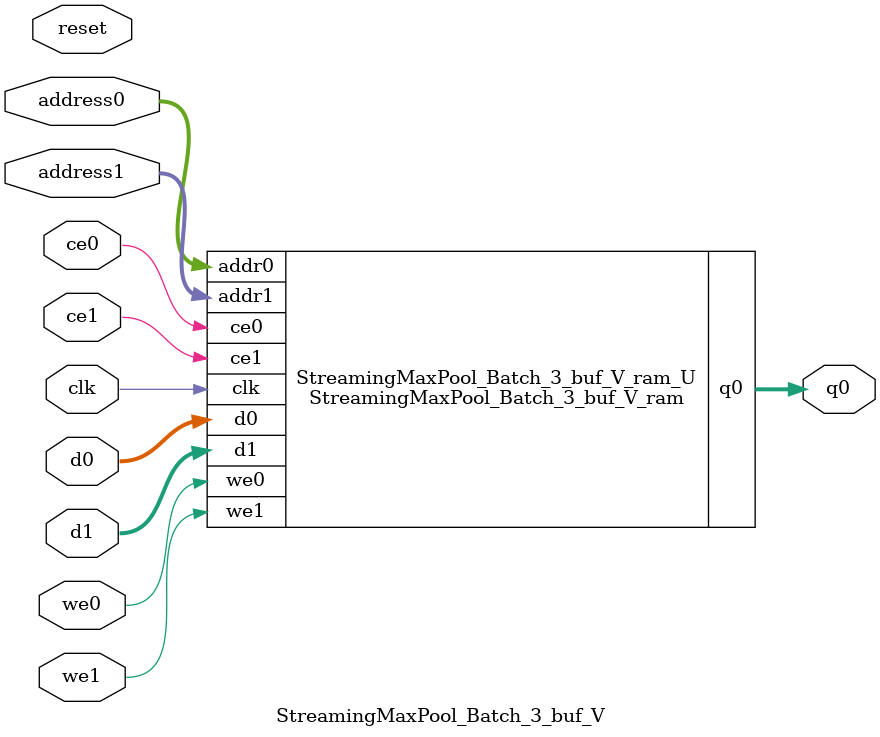
<source format=v>
`timescale 1 ns / 1 ps
module StreamingMaxPool_Batch_3_buf_V_ram (addr0, ce0, d0, we0, q0, addr1, ce1, d1, we1,  clk);

parameter DWIDTH = 128;
parameter AWIDTH = 4;
parameter MEM_SIZE = 16;

input[AWIDTH-1:0] addr0;
input ce0;
input[DWIDTH-1:0] d0;
input we0;
output reg[DWIDTH-1:0] q0;
input[AWIDTH-1:0] addr1;
input ce1;
input[DWIDTH-1:0] d1;
input we1;
input clk;

reg [DWIDTH-1:0] ram[0:MEM_SIZE-1];




always @(posedge clk)  
begin 
    if (ce0) begin
        if (we0) 
            ram[addr0] <= d0; 
        q0 <= ram[addr0];
    end
end


always @(posedge clk)  
begin 
    if (ce1) begin
        if (we1) 
            ram[addr1] <= d1; 
    end
end


endmodule

`timescale 1 ns / 1 ps
module StreamingMaxPool_Batch_3_buf_V(
    reset,
    clk,
    address0,
    ce0,
    we0,
    d0,
    q0,
    address1,
    ce1,
    we1,
    d1);

parameter DataWidth = 32'd128;
parameter AddressRange = 32'd16;
parameter AddressWidth = 32'd4;
input reset;
input clk;
input[AddressWidth - 1:0] address0;
input ce0;
input we0;
input[DataWidth - 1:0] d0;
output[DataWidth - 1:0] q0;
input[AddressWidth - 1:0] address1;
input ce1;
input we1;
input[DataWidth - 1:0] d1;



StreamingMaxPool_Batch_3_buf_V_ram StreamingMaxPool_Batch_3_buf_V_ram_U(
    .clk( clk ),
    .addr0( address0 ),
    .ce0( ce0 ),
    .we0( we0 ),
    .d0( d0 ),
    .q0( q0 ),
    .addr1( address1 ),
    .ce1( ce1 ),
    .we1( we1 ),
    .d1( d1 ));

endmodule


</source>
